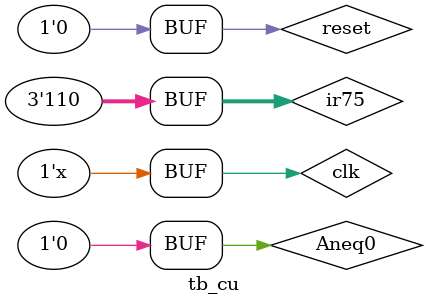
<source format=v>
`timescale 1ns / 1ps

module tb_cu;

	// Inputs
	reg clk;
	reg reset;
	reg Aneq0;
	reg [2:0] ir75;

	// Outputs
	wire IRload;
	wire PCload;
	wire INmux;
	wire Aload;
	wire JNZmux;
	wire Halt;

	// Instantiate the Unit Under Test (UUT)
	FSM_EC1 uut (
		.clk(clk), 
		.reset(reset), 
		.Aneq0(Aneq0), 
		.ir75(ir75), 
		.IRload(IRload), 
		.PCload(PCload), 
		.INmux(INmux), 
		.Aload(Aload), 
		.JNZmux(JNZmux), 
		.Halt(Halt)
	);

	always begin
		#10 clk = ~clk;
	end

	initial begin
		// Initialize Inputs
		clk = 0;
		reset = 1;
		Aneq0 = 0;
		ir75 = 0;
		#100;
        
		reset = 0;
		Aneq0 = 0;
		ir75 = 110;
		#100;

	end
      
endmodule


</source>
